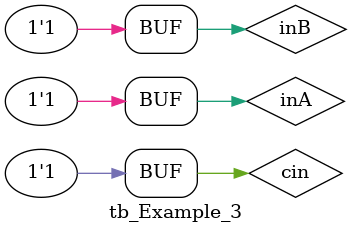
<source format=v>
`timescale 1ns/1ns
module tb_Example_3();
    reg inA;
    reg inB;
    reg cin;
    wire sum;
    wire cout;

bit_full_adder UUT1(
    .inA(inA),
    .inB(inB),
    .cin(cin),
    .sum(sum),
    .cout(cout)
);

initial begin
    {inA, inB, cin} = 3'b000;
 #5 {inA, inB, cin} = 3'b001; 
 #5 {inA, inB, cin} = 3'b010;
 #5 {inA, inB, cin} = 3'b011;
 #5 {inA, inB, cin} = 3'b100;   
 #5 {inA, inB, cin} = 3'b101;   
 #5 {inA, inB, cin} = 3'b110;   
 #5 {inA, inB, cin} = 3'b111;   

end
    
endmodule
</source>
